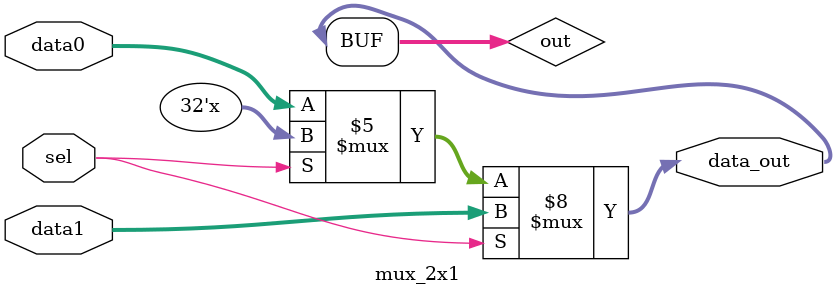
<source format=v>
`timescale 1ns / 1ps
module mux_2x1(
    input [31:0] data0,
    input [31:0] data1,
    input sel,
    output [31:0] data_out
    );

reg [31:0] out;
assign data_out=out;
always @(data0,data1,sel) begin
if (sel==1) begin
out<=data1;
end
else if (sel==0) begin
out<=data0;
end
else begin
out<=32'bx;
end
end
endmodule

</source>
